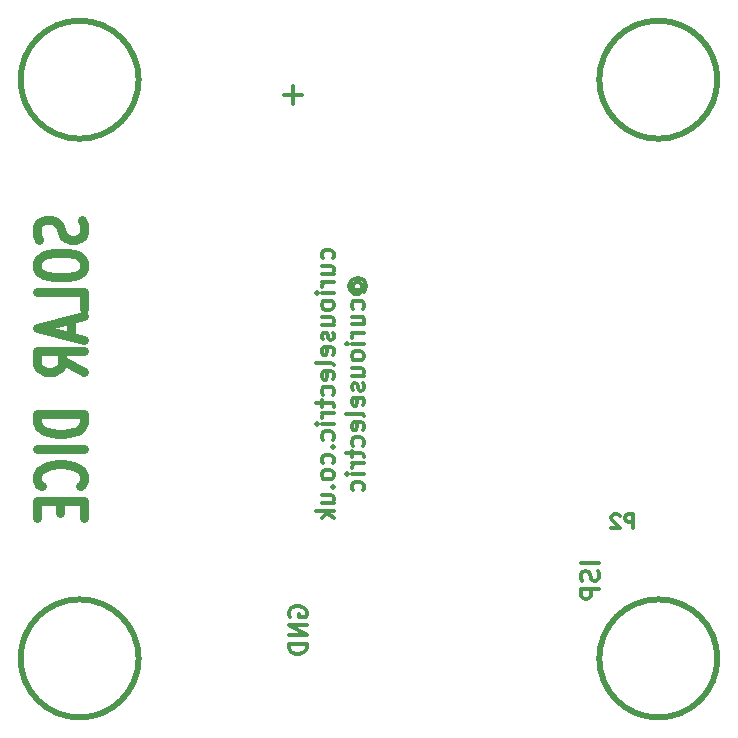
<source format=gbr>
G04 #@! TF.GenerationSoftware,KiCad,Pcbnew,(5.1.0)-1*
G04 #@! TF.CreationDate,2020-07-14T19:53:56+01:00*
G04 #@! TF.ProjectId,SolarDice,536f6c61-7244-4696-9365-2e6b69636164,rev?*
G04 #@! TF.SameCoordinates,PX5faea10PY77e7cd0*
G04 #@! TF.FileFunction,Legend,Bot*
G04 #@! TF.FilePolarity,Positive*
%FSLAX46Y46*%
G04 Gerber Fmt 4.6, Leading zero omitted, Abs format (unit mm)*
G04 Created by KiCad (PCBNEW (5.1.0)-1) date 2020-07-14 19:53:56*
%MOMM*%
%LPD*%
G04 APERTURE LIST*
%ADD10C,0.300000*%
%ADD11C,0.750000*%
%ADD12C,0.500000*%
%ADD13C,0.304800*%
G04 APERTURE END LIST*
D10*
X35321857Y82804096D02*
X35321857Y84327905D01*
X36083761Y83566000D02*
X34559952Y83566000D01*
X35064000Y39369858D02*
X34992571Y39512715D01*
X34992571Y39727000D01*
X35064000Y39941286D01*
X35206857Y40084143D01*
X35349714Y40155572D01*
X35635428Y40227000D01*
X35849714Y40227000D01*
X36135428Y40155572D01*
X36278285Y40084143D01*
X36421142Y39941286D01*
X36492571Y39727000D01*
X36492571Y39584143D01*
X36421142Y39369858D01*
X36349714Y39298429D01*
X35849714Y39298429D01*
X35849714Y39584143D01*
X36492571Y38655572D02*
X34992571Y38655572D01*
X36492571Y37798429D01*
X34992571Y37798429D01*
X36492571Y37084143D02*
X34992571Y37084143D01*
X34992571Y36727000D01*
X35064000Y36512715D01*
X35206857Y36369858D01*
X35349714Y36298429D01*
X35635428Y36227000D01*
X35849714Y36227000D01*
X36135428Y36298429D01*
X36278285Y36369858D01*
X36421142Y36512715D01*
X36492571Y36727000D01*
X36492571Y37084143D01*
D11*
X17494047Y72967858D02*
X17684523Y72539286D01*
X17684523Y71825000D01*
X17494047Y71539286D01*
X17303571Y71396429D01*
X16922619Y71253572D01*
X16541666Y71253572D01*
X16160714Y71396429D01*
X15970238Y71539286D01*
X15779761Y71825000D01*
X15589285Y72396429D01*
X15398809Y72682143D01*
X15208333Y72825000D01*
X14827380Y72967858D01*
X14446428Y72967858D01*
X14065476Y72825000D01*
X13875000Y72682143D01*
X13684523Y72396429D01*
X13684523Y71682143D01*
X13875000Y71253572D01*
X13684523Y69396429D02*
X13684523Y68825000D01*
X13875000Y68539286D01*
X14255952Y68253572D01*
X15017857Y68110715D01*
X16351190Y68110715D01*
X17113095Y68253572D01*
X17494047Y68539286D01*
X17684523Y68825000D01*
X17684523Y69396429D01*
X17494047Y69682143D01*
X17113095Y69967858D01*
X16351190Y70110715D01*
X15017857Y70110715D01*
X14255952Y69967858D01*
X13875000Y69682143D01*
X13684523Y69396429D01*
X17684523Y65396429D02*
X17684523Y66825000D01*
X13684523Y66825000D01*
X16541666Y64539286D02*
X16541666Y63110715D01*
X17684523Y64825000D02*
X13684523Y63825000D01*
X17684523Y62825000D01*
X17684523Y60110715D02*
X15779761Y61110715D01*
X17684523Y61825000D02*
X13684523Y61825000D01*
X13684523Y60682143D01*
X13875000Y60396429D01*
X14065476Y60253572D01*
X14446428Y60110715D01*
X15017857Y60110715D01*
X15398809Y60253572D01*
X15589285Y60396429D01*
X15779761Y60682143D01*
X15779761Y61825000D01*
X17684523Y56539286D02*
X13684523Y56539286D01*
X13684523Y55825000D01*
X13875000Y55396429D01*
X14255952Y55110715D01*
X14636904Y54967858D01*
X15398809Y54825000D01*
X15970238Y54825000D01*
X16732142Y54967858D01*
X17113095Y55110715D01*
X17494047Y55396429D01*
X17684523Y55825000D01*
X17684523Y56539286D01*
X17684523Y53539286D02*
X13684523Y53539286D01*
X17303571Y50396429D02*
X17494047Y50539286D01*
X17684523Y50967858D01*
X17684523Y51253572D01*
X17494047Y51682143D01*
X17113095Y51967858D01*
X16732142Y52110715D01*
X15970238Y52253572D01*
X15398809Y52253572D01*
X14636904Y52110715D01*
X14255952Y51967858D01*
X13875000Y51682143D01*
X13684523Y51253572D01*
X13684523Y50967858D01*
X13875000Y50539286D01*
X14065476Y50396429D01*
X15589285Y49110715D02*
X15589285Y48110715D01*
X17684523Y47682143D02*
X17684523Y49110715D01*
X13684523Y49110715D01*
X13684523Y47682143D01*
D10*
X40604285Y67055000D02*
X40532857Y67126429D01*
X40461428Y67269286D01*
X40461428Y67412143D01*
X40532857Y67555000D01*
X40604285Y67626429D01*
X40747142Y67697858D01*
X40890000Y67697858D01*
X41032857Y67626429D01*
X41104285Y67555000D01*
X41175714Y67412143D01*
X41175714Y67269286D01*
X41104285Y67126429D01*
X41032857Y67055000D01*
X40461428Y67055000D02*
X41032857Y67055000D01*
X41104285Y66983572D01*
X41104285Y66912143D01*
X41032857Y66769286D01*
X40890000Y66697858D01*
X40532857Y66697858D01*
X40318571Y66840715D01*
X40175714Y67055000D01*
X40104285Y67340715D01*
X40175714Y67626429D01*
X40318571Y67840715D01*
X40532857Y67983572D01*
X40818571Y68055000D01*
X41104285Y67983572D01*
X41318571Y67840715D01*
X41461428Y67626429D01*
X41532857Y67340715D01*
X41461428Y67055000D01*
X41318571Y66840715D01*
X41247142Y65412143D02*
X41318571Y65555000D01*
X41318571Y65840715D01*
X41247142Y65983572D01*
X41175714Y66055000D01*
X41032857Y66126429D01*
X40604285Y66126429D01*
X40461428Y66055000D01*
X40390000Y65983572D01*
X40318571Y65840715D01*
X40318571Y65555000D01*
X40390000Y65412143D01*
X40318571Y64126429D02*
X41318571Y64126429D01*
X40318571Y64769286D02*
X41104285Y64769286D01*
X41247142Y64697858D01*
X41318571Y64555000D01*
X41318571Y64340715D01*
X41247142Y64197858D01*
X41175714Y64126429D01*
X41318571Y63412143D02*
X40318571Y63412143D01*
X40604285Y63412143D02*
X40461428Y63340715D01*
X40390000Y63269286D01*
X40318571Y63126429D01*
X40318571Y62983572D01*
X41318571Y62483572D02*
X40318571Y62483572D01*
X39818571Y62483572D02*
X39890000Y62555000D01*
X39961428Y62483572D01*
X39890000Y62412143D01*
X39818571Y62483572D01*
X39961428Y62483572D01*
X41318571Y61555000D02*
X41247142Y61697858D01*
X41175714Y61769286D01*
X41032857Y61840715D01*
X40604285Y61840715D01*
X40461428Y61769286D01*
X40390000Y61697858D01*
X40318571Y61555000D01*
X40318571Y61340715D01*
X40390000Y61197858D01*
X40461428Y61126429D01*
X40604285Y61055000D01*
X41032857Y61055000D01*
X41175714Y61126429D01*
X41247142Y61197858D01*
X41318571Y61340715D01*
X41318571Y61555000D01*
X40318571Y59769286D02*
X41318571Y59769286D01*
X40318571Y60412143D02*
X41104285Y60412143D01*
X41247142Y60340715D01*
X41318571Y60197858D01*
X41318571Y59983572D01*
X41247142Y59840715D01*
X41175714Y59769286D01*
X41247142Y59126429D02*
X41318571Y58983572D01*
X41318571Y58697858D01*
X41247142Y58555000D01*
X41104285Y58483572D01*
X41032857Y58483572D01*
X40890000Y58555000D01*
X40818571Y58697858D01*
X40818571Y58912143D01*
X40747142Y59055000D01*
X40604285Y59126429D01*
X40532857Y59126429D01*
X40390000Y59055000D01*
X40318571Y58912143D01*
X40318571Y58697858D01*
X40390000Y58555000D01*
X41247142Y57269286D02*
X41318571Y57412143D01*
X41318571Y57697858D01*
X41247142Y57840715D01*
X41104285Y57912143D01*
X40532857Y57912143D01*
X40390000Y57840715D01*
X40318571Y57697858D01*
X40318571Y57412143D01*
X40390000Y57269286D01*
X40532857Y57197858D01*
X40675714Y57197858D01*
X40818571Y57912143D01*
X41318571Y56340715D02*
X41247142Y56483572D01*
X41104285Y56555000D01*
X39818571Y56555000D01*
X41247142Y55197858D02*
X41318571Y55340715D01*
X41318571Y55626429D01*
X41247142Y55769286D01*
X41104285Y55840715D01*
X40532857Y55840715D01*
X40390000Y55769286D01*
X40318571Y55626429D01*
X40318571Y55340715D01*
X40390000Y55197858D01*
X40532857Y55126429D01*
X40675714Y55126429D01*
X40818571Y55840715D01*
X41247142Y53840715D02*
X41318571Y53983572D01*
X41318571Y54269286D01*
X41247142Y54412143D01*
X41175714Y54483572D01*
X41032857Y54555000D01*
X40604285Y54555000D01*
X40461428Y54483572D01*
X40390000Y54412143D01*
X40318571Y54269286D01*
X40318571Y53983572D01*
X40390000Y53840715D01*
X40318571Y53412143D02*
X40318571Y52840715D01*
X39818571Y53197858D02*
X41104285Y53197858D01*
X41247142Y53126429D01*
X41318571Y52983572D01*
X41318571Y52840715D01*
X41318571Y52340715D02*
X40318571Y52340715D01*
X40604285Y52340715D02*
X40461428Y52269286D01*
X40390000Y52197858D01*
X40318571Y52055000D01*
X40318571Y51912143D01*
X41318571Y51412143D02*
X40318571Y51412143D01*
X39818571Y51412143D02*
X39890000Y51483572D01*
X39961428Y51412143D01*
X39890000Y51340715D01*
X39818571Y51412143D01*
X39961428Y51412143D01*
X41247142Y50055000D02*
X41318571Y50197858D01*
X41318571Y50483572D01*
X41247142Y50626429D01*
X41175714Y50697858D01*
X41032857Y50769286D01*
X40604285Y50769286D01*
X40461428Y50697858D01*
X40390000Y50626429D01*
X40318571Y50483572D01*
X40318571Y50197858D01*
X40390000Y50055000D01*
X38707142Y69697858D02*
X38778571Y69840715D01*
X38778571Y70126429D01*
X38707142Y70269286D01*
X38635714Y70340715D01*
X38492857Y70412143D01*
X38064285Y70412143D01*
X37921428Y70340715D01*
X37850000Y70269286D01*
X37778571Y70126429D01*
X37778571Y69840715D01*
X37850000Y69697858D01*
X37778571Y68412143D02*
X38778571Y68412143D01*
X37778571Y69055000D02*
X38564285Y69055000D01*
X38707142Y68983572D01*
X38778571Y68840715D01*
X38778571Y68626429D01*
X38707142Y68483572D01*
X38635714Y68412143D01*
X38778571Y67697858D02*
X37778571Y67697858D01*
X38064285Y67697858D02*
X37921428Y67626429D01*
X37850000Y67555000D01*
X37778571Y67412143D01*
X37778571Y67269286D01*
X38778571Y66769286D02*
X37778571Y66769286D01*
X37278571Y66769286D02*
X37350000Y66840715D01*
X37421428Y66769286D01*
X37350000Y66697858D01*
X37278571Y66769286D01*
X37421428Y66769286D01*
X38778571Y65840715D02*
X38707142Y65983572D01*
X38635714Y66055000D01*
X38492857Y66126429D01*
X38064285Y66126429D01*
X37921428Y66055000D01*
X37850000Y65983572D01*
X37778571Y65840715D01*
X37778571Y65626429D01*
X37850000Y65483572D01*
X37921428Y65412143D01*
X38064285Y65340715D01*
X38492857Y65340715D01*
X38635714Y65412143D01*
X38707142Y65483572D01*
X38778571Y65626429D01*
X38778571Y65840715D01*
X37778571Y64055000D02*
X38778571Y64055000D01*
X37778571Y64697858D02*
X38564285Y64697858D01*
X38707142Y64626429D01*
X38778571Y64483572D01*
X38778571Y64269286D01*
X38707142Y64126429D01*
X38635714Y64055000D01*
X38707142Y63412143D02*
X38778571Y63269286D01*
X38778571Y62983572D01*
X38707142Y62840715D01*
X38564285Y62769286D01*
X38492857Y62769286D01*
X38350000Y62840715D01*
X38278571Y62983572D01*
X38278571Y63197858D01*
X38207142Y63340715D01*
X38064285Y63412143D01*
X37992857Y63412143D01*
X37850000Y63340715D01*
X37778571Y63197858D01*
X37778571Y62983572D01*
X37850000Y62840715D01*
X38707142Y61555000D02*
X38778571Y61697858D01*
X38778571Y61983572D01*
X38707142Y62126429D01*
X38564285Y62197858D01*
X37992857Y62197858D01*
X37850000Y62126429D01*
X37778571Y61983572D01*
X37778571Y61697858D01*
X37850000Y61555000D01*
X37992857Y61483572D01*
X38135714Y61483572D01*
X38278571Y62197858D01*
X38778571Y60626429D02*
X38707142Y60769286D01*
X38564285Y60840715D01*
X37278571Y60840715D01*
X38707142Y59483572D02*
X38778571Y59626429D01*
X38778571Y59912143D01*
X38707142Y60055000D01*
X38564285Y60126429D01*
X37992857Y60126429D01*
X37850000Y60055000D01*
X37778571Y59912143D01*
X37778571Y59626429D01*
X37850000Y59483572D01*
X37992857Y59412143D01*
X38135714Y59412143D01*
X38278571Y60126429D01*
X38707142Y58126429D02*
X38778571Y58269286D01*
X38778571Y58555000D01*
X38707142Y58697858D01*
X38635714Y58769286D01*
X38492857Y58840715D01*
X38064285Y58840715D01*
X37921428Y58769286D01*
X37850000Y58697858D01*
X37778571Y58555000D01*
X37778571Y58269286D01*
X37850000Y58126429D01*
X37778571Y57697858D02*
X37778571Y57126429D01*
X37278571Y57483572D02*
X38564285Y57483572D01*
X38707142Y57412143D01*
X38778571Y57269286D01*
X38778571Y57126429D01*
X38778571Y56626429D02*
X37778571Y56626429D01*
X38064285Y56626429D02*
X37921428Y56555000D01*
X37850000Y56483572D01*
X37778571Y56340715D01*
X37778571Y56197858D01*
X38778571Y55697858D02*
X37778571Y55697858D01*
X37278571Y55697858D02*
X37350000Y55769286D01*
X37421428Y55697858D01*
X37350000Y55626429D01*
X37278571Y55697858D01*
X37421428Y55697858D01*
X38707142Y54340715D02*
X38778571Y54483572D01*
X38778571Y54769286D01*
X38707142Y54912143D01*
X38635714Y54983572D01*
X38492857Y55055000D01*
X38064285Y55055000D01*
X37921428Y54983572D01*
X37850000Y54912143D01*
X37778571Y54769286D01*
X37778571Y54483572D01*
X37850000Y54340715D01*
X38635714Y53697858D02*
X38707142Y53626429D01*
X38778571Y53697858D01*
X38707142Y53769286D01*
X38635714Y53697858D01*
X38778571Y53697858D01*
X38707142Y52340715D02*
X38778571Y52483572D01*
X38778571Y52769286D01*
X38707142Y52912143D01*
X38635714Y52983572D01*
X38492857Y53055000D01*
X38064285Y53055000D01*
X37921428Y52983572D01*
X37850000Y52912143D01*
X37778571Y52769286D01*
X37778571Y52483572D01*
X37850000Y52340715D01*
X38778571Y51483572D02*
X38707142Y51626429D01*
X38635714Y51697858D01*
X38492857Y51769286D01*
X38064285Y51769286D01*
X37921428Y51697858D01*
X37850000Y51626429D01*
X37778571Y51483572D01*
X37778571Y51269286D01*
X37850000Y51126429D01*
X37921428Y51055000D01*
X38064285Y50983572D01*
X38492857Y50983572D01*
X38635714Y51055000D01*
X38707142Y51126429D01*
X38778571Y51269286D01*
X38778571Y51483572D01*
X38635714Y50340715D02*
X38707142Y50269286D01*
X38778571Y50340715D01*
X38707142Y50412143D01*
X38635714Y50340715D01*
X38778571Y50340715D01*
X37778571Y48983572D02*
X38778571Y48983572D01*
X37778571Y49626429D02*
X38564285Y49626429D01*
X38707142Y49555000D01*
X38778571Y49412143D01*
X38778571Y49197858D01*
X38707142Y49055000D01*
X38635714Y48983572D01*
X38778571Y48269286D02*
X37278571Y48269286D01*
X38207142Y48126429D02*
X38778571Y47697858D01*
X37778571Y47697858D02*
X38350000Y48269286D01*
D12*
X22275000Y35825000D02*
G75*
G03X22275000Y35825000I-5000000J0D01*
G01*
X22275000Y84825000D02*
G75*
G03X22275000Y84825000I-5000000J0D01*
G01*
X71275000Y84825000D02*
G75*
G03X71275000Y84825000I-5000000J0D01*
G01*
X71275000Y35825000D02*
G75*
G03X71275000Y35825000I-5000000J0D01*
G01*
D10*
X64131714Y46828143D02*
X64131714Y48028143D01*
X63674571Y48028143D01*
X63560285Y47971000D01*
X63503142Y47913858D01*
X63446000Y47799572D01*
X63446000Y47628143D01*
X63503142Y47513858D01*
X63560285Y47456715D01*
X63674571Y47399572D01*
X64131714Y47399572D01*
X62988857Y47913858D02*
X62931714Y47971000D01*
X62817428Y48028143D01*
X62531714Y48028143D01*
X62417428Y47971000D01*
X62360285Y47913858D01*
X62303142Y47799572D01*
X62303142Y47685286D01*
X62360285Y47513858D01*
X63046000Y46828143D01*
X62303142Y46828143D01*
D13*
X61268428Y43905715D02*
X59744428Y43905715D01*
X61195857Y43252572D02*
X61268428Y43034858D01*
X61268428Y42672000D01*
X61195857Y42526858D01*
X61123285Y42454286D01*
X60978142Y42381715D01*
X60833000Y42381715D01*
X60687857Y42454286D01*
X60615285Y42526858D01*
X60542714Y42672000D01*
X60470142Y42962286D01*
X60397571Y43107429D01*
X60325000Y43180000D01*
X60179857Y43252572D01*
X60034714Y43252572D01*
X59889571Y43180000D01*
X59817000Y43107429D01*
X59744428Y42962286D01*
X59744428Y42599429D01*
X59817000Y42381715D01*
X61268428Y41728572D02*
X59744428Y41728572D01*
X59744428Y41148000D01*
X59817000Y41002858D01*
X59889571Y40930286D01*
X60034714Y40857715D01*
X60252428Y40857715D01*
X60397571Y40930286D01*
X60470142Y41002858D01*
X60542714Y41148000D01*
X60542714Y41728572D01*
M02*

</source>
